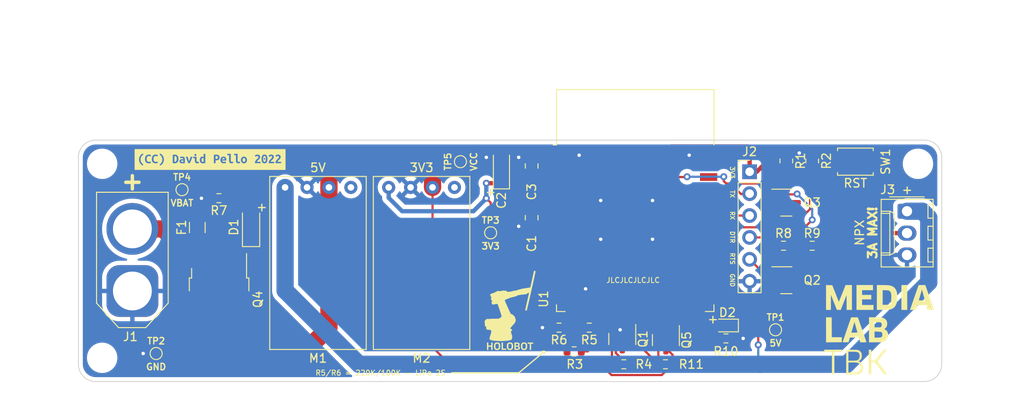
<source format=kicad_pcb>
(kicad_pcb (version 20211014) (generator pcbnew)
  (layers (0 "F.Cu" signal) (31 "B.Cu" signal) (34 "B.Paste" user) (35 "F.Paste" user) (36 "B.SilkS" user "B.Silkscreen") (37 "F.SilkS" user "F.Silkscreen") (38 "B.Mask" user) (39 "F.Mask" user) (44 "Edge.Cuts" user))
  (net 0 "")
  (net 1 "/EN")
  (net 2 "GND")
  (net 3 "+3V3")
  (net 4 "VCC")
  (net 5 "Net-(D1-Pad2)")
  (net 6 "+BATT")
  (net 7 "Net-(F1-Pad2)")
  (net 8 "/TX")
  (net 9 "/RX")
  (net 10 "/DTR")
  (net 11 "/RTS")
  (net 12 "+5V")
  (net 13 "/NEOPIXELS")
  (net 16 "Net-(R3-Pad2)")
  (net 17 "Net-(Q1-Pad3)")
  (net 18 "Net-(Q2-Pad1)")
  (net 19 "Net-(Q3-Pad1)")
  (net 20 "/IO0")
  (net 21 "Net-(R2-Pad2)")
  (net 22 "/BATT_EN")
  (net 23 "/BATT_V")
  (net 39 "Net-(D2-Pad1)")
  (net 41 "/LED")
  (net 52 "Net-(R5-Pad1)")
  (footprint "Package_TO_SOT_SMD:TO-252-2" (layer "F.Cu") (at 100.295 81.962 -90)
    (fp_text reference "Q4" (at 0 -4.5 90) (layer "F.SilkS"))
    (fp_text value "SUD09P10-195")
    (pad "1" smd rect (at -4.2 -2.28 270) (size 2.2 1.2) (layers "F.Cu" "F.Paste" "F.Mask") (net 5 "Net-(D1-Pad2)"))
    (pad "2" smd rect (at 2.1 0 270) (size 6.4 5.8) (layers "F.Cu" "F.Mask") (net 7 "Net-(F1-Pad2)"))
    (pad "3" smd rect (at -4.2 2.28 270) (size 2.2 1.2) (layers "F.Cu" "F.Paste" "F.Mask") (net 4 "VCC"))
  )
  (footprint "Resistor_SMD:R_0603_1608Metric" (layer "F.Cu") (at 141.425 88)
    (fp_text reference "R3" (at 0.075 1.5) (layer "F.SilkS"))
    (fp_text value "100")
    (pad "1" smd roundrect (at -0.825 0) (size 0.8 0.95) (layers "F.Cu" "F.Paste" "F.Mask") (net 22 "/BATT_EN"))
    (pad "2" smd roundrect (at 0.825 0) (size 0.8 0.95) (layers "F.Cu" "F.Paste" "F.Mask") (net 16 "Net-(R3-Pad2)"))
  )
  (footprint "LadecadenceNew:MiniStepDown" (layer "F.Cu") (at 111.75 76.607)
    (fp_text reference "M1" (at 0 12.192) (layer "F.SilkS"))
    (fp_text value "5V" (at 0 -9.906) (layer "F.SilkS"))
    (pad "1" thru_hole circle locked (at -3.81 -7.62) (size 1.524 1.524) (drill 0.762) (layers *.Cu *.Mask) (net 12 "+5V"))
    (pad "2" thru_hole circle locked (at -1.27 -7.62) (size 1.524 1.524) (drill 0.762) (layers *.Cu *.Mask) (net 2 "GND"))
    (pad "3" thru_hole circle locked (at 1.27 -7.62) (size 1.524 1.524) (drill 0.762) (layers *.Cu *.Mask) (net 4 "VCC"))
    (pad "4" thru_hole circle locked (at 3.81 -7.62) (size 1.524 1.524) (drill 0.762) (layers *.Cu *.Mask))
  )
  (footprint "Resistor_SMD:R_0603_1608Metric" (layer "F.Cu") (at 165.675 75.75)
    (fp_text reference "R8" (at 0 -1.43) (layer "F.SilkS"))
    (fp_text value "12K")
    (pad "1" smd roundrect (at -0.825 0) (size 0.8 0.95) (layers "F.Cu" "F.Paste" "F.Mask") (net 18 "Net-(Q2-Pad1)"))
    (pad "2" smd roundrect (at 0.825 0) (size 0.8 0.95) (layers "F.Cu" "F.Paste" "F.Mask") (net 10 "/DTR"))
  )
  (footprint "Fuse:Fuse_1206_3216Metric" (layer "F.Cu") (at 97.77 73.637 90)
    (fp_text reference "F1" (at 0 -1.82 90) (layer "F.SilkS"))
    (fp_text value "5A")
    (pad "1" smd roundrect (at -1.4 0 90) (size 1.25 1.75) (layers "F.Cu" "F.Paste" "F.Mask") (roundrect_rratio 0.2) (net 6 "+BATT"))
    (pad "2" smd roundrect (at 1.4 0 90) (size 1.25 1.75) (layers "F.Cu" "F.Paste" "F.Mask") (roundrect_rratio 0.2) (net 7 "Net-(F1-Pad2)"))
  )
  (footprint "Package_TO_SOT_SMD:SOT-23" (layer "F.Cu") (at 152.05 86.6875 -90)
    (fp_text reference "Q5" (at 0 -2.4 90) (layer "F.SilkS"))
    (fp_text value "BSS84")
    (pad "1" smd roundrect (at -0.9375 -0.95 270) (size 1.475 0.6) (layers "F.Cu" "F.Paste" "F.Mask") (net 17 "Net-(Q1-Pad3)"))
    (pad "2" smd roundrect (at -0.9375 0.95 270) (size 1.475 0.6) (layers "F.Cu" "F.Paste" "F.Mask") (net 52 "Net-(R5-Pad1)"))
    (pad "3" smd roundrect (at 0.9375 0 270) (size 1.475 0.6) (layers "F.Cu" "F.Paste" "F.Mask") (net 4 "VCC"))
  )
  (footprint "Connector_PinHeader_2.54mm:PinHeader_1x06_P2.54mm_Vertical" (layer "F.Cu") (at 161.75 67.17)
    (fp_text reference "J2" (at 0 -2.33) (layer "F.SilkS"))
    (fp_text value "PROG")
    (pad "1" thru_hole rect (at 0 0) (size 1.7 1.7) (drill 1) (layers *.Cu *.Mask) (net 3 "+3V3"))
    (pad "2" thru_hole oval (at 0 2.54) (size 1.7 1.7) (drill 1) (layers *.Cu *.Mask) (net 8 "/TX"))
    (pad "3" thru_hole oval (at 0 5.08) (size 1.7 1.7) (drill 1) (layers *.Cu *.Mask) (net 9 "/RX"))
    (pad "4" thru_hole oval (at 0 7.62) (size 1.7 1.7) (drill 1) (layers *.Cu *.Mask) (net 10 "/DTR"))
    (pad "5" thru_hole oval (at 0 10.16) (size 1.7 1.7) (drill 1) (layers *.Cu *.Mask) (net 11 "/RTS"))
    (pad "6" thru_hole oval (at 0 12.7) (size 1.7 1.7) (drill 1) (layers *.Cu *.Mask) (net 2 "GND"))
  )
  (footprint "TestPoint:TestPoint_Pad_D1.0mm" (layer "F.Cu") (at 96 69.25)
    (fp_text reference "TP4" (at 0 -1.448) (layer "F.SilkS") (effects (font (size 0.75 0.75))))
    (fp_text value "VBAT" (at 0 1.55) (layer "F.SilkS") (effects (font (size 0.75 0.75))))
    (pad "1" smd circle (at 0 0) (size 1 1) (layers "F.Cu" "F.Mask") (net 6 "+BATT"))
  )
  (footprint "Resistor_SMD:R_0603_1608Metric" (layer "F.Cu") (at 143.175 85.25 180)
    (fp_text reference "R5" (at 0 -1.43) (layer "F.SilkS"))
    (fp_text value "220K")
    (pad "1" smd roundrect (at -0.825 0 180) (size 0.8 0.95) (layers "F.Cu" "F.Paste" "F.Mask") (net 52 "Net-(R5-Pad1)"))
    (pad "2" smd roundrect (at 0.825 0 180) (size 0.8 0.95) (layers "F.Cu" "F.Paste" "F.Mask") (net 23 "/BATT_V"))
  )
  (footprint "MountingHole:MountingHole_2.5mm" (layer "F.Cu") (at 181.25 88.75)
    (fp_text reference "REF**" hide)
    (fp_text value "MountingHole_2.5mm" hide)
    (pad "" np_thru_hole circle (at 0 0) (size 2.5 2.5) (drill 2.5) (layers *.Cu *.Mask))
  )
  (footprint "Medialab:holobot-leds" (layer "F.Cu") (at 134.262363 85.717387)
    (fp_text reference "G***" hide)
    (fp_text value "LOGO" hide)
  )
  (footprint "TestPoint:TestPoint_Pad_D1.0mm" (layer "F.Cu") (at 128.25 66 90)
    (fp_text reference "TP5" (at 0 -1.448 90) (layer "F.SilkS") (effects (font (size 0.75 0.75))))
    (fp_text value "VCC" (at 0 1.55 90) (layer "F.SilkS") (effects (font (size 0.75 0.75))))
    (pad "1" smd circle (at 0 0 90) (size 1 1) (layers "F.Cu" "F.Mask") (net 4 "VCC"))
  )
  (footprint "Button_Switch_SMD:SW_Push_SPST_NO_Alps_SKRK" (layer "F.Cu") (at 174 66)
    (fp_text reference "SW1" (at 3.5 0 90) (layer "F.SilkS"))
    (fp_text value "RST" (at 0 2.5) (layer "F.SilkS"))
    (pad "1" smd roundrect (at -2.1 0) (size 0.8 2) (layers "F.Cu" "F.Paste" "F.Mask") (net 1 "/EN"))
    (pad "2" smd roundrect (at 2.1 0) (size 0.8 2) (layers "F.Cu" "F.Paste" "F.Mask") (net 21 "Net-(R2-Pad2)"))
  )
  (footprint "LED_SMD:LED_0603_1608Metric" (layer "F.Cu") (at 158.9625 85 180)
    (fp_text reference "D2" (at -0.2125 1.5) (layer "F.SilkS"))
    (fp_text value "LED")
    (pad "1" smd roundrect (at -0.7875 0 180) (size 0.875 0.95) (layers "F.Cu" "F.Paste" "F.Mask") (net 39 "Net-(D2-Pad1)"))
    (pad "2" smd roundrect (at 0.7875 0 180) (size 0.875 0.95) (layers "F.Cu" "F.Paste" "F.Mask") (net 41 "/LED"))
  )
  (footprint "Package_TO_SOT_SMD:SOT-23" (layer "F.Cu") (at 147 86.5625 -90)
    (fp_text reference "Q1" (at 0 -2.4 90) (layer "F.SilkS"))
    (fp_text value "2N7002")
    (pad "1" smd roundrect (at -0.9375 -0.95 270) (size 1.475 0.6) (layers "F.Cu" "F.Paste" "F.Mask") (net 16 "Net-(R3-Pad2)"))
    (pad "2" smd roundrect (at -0.9375 0.95 270) (size 1.475 0.6) (layers "F.Cu" "F.Paste" "F.Mask") (net 2 "GND"))
    (pad "3" smd roundrect (at 0.9375 0 270) (size 1.475 0.6) (layers "F.Cu" "F.Paste" "F.Mask") (net 17 "Net-(Q1-Pad3)"))
  )
  (footprint "TestPoint:TestPoint_Pad_D1.0mm" (layer "F.Cu") (at 93 88.25)
    (fp_text reference "TP2" (at 0 -1.448) (layer "F.SilkS") (effects (font (size 0.75 0.75))))
    (fp_text value "GND" (at 0 1.55) (layer "F.SilkS") (effects (font (size 0.75 0.75))))
    (pad "1" smd circle (at 0 0) (size 1 1) (layers "F.Cu" "F.Mask") (net 2 "GND"))
  )
  (footprint "Resistor_SMD:R_0603_1608Metric" (layer "F.Cu") (at 139.675 85.25 180)
    (fp_text reference "R6" (at 0 -1.43) (layer "F.SilkS"))
    (fp_text value "100K")
    (pad "1" smd roundrect (at -0.825 0 180) (size 0.8 0.95) (layers "F.Cu" "F.Paste" "F.Mask") (net 23 "/BATT_V"))
    (pad "2" smd roundrect (at 0.825 0 180) (size 0.8 0.95) (layers "F.Cu" "F.Paste" "F.Mask") (net 2 "GND"))
  )
  (footprint "MountingHole:MountingHole_2.5mm" (layer "F.Cu") (at 86.75 66.25)
    (fp_text reference "REF**" hide)
    (fp_text value "MountingHole_2.5mm" hide)
    (pad "" np_thru_hole circle (at 0 0) (size 2.5 2.5) (drill 2.5) (layers *.Cu *.Mask))
  )
  (footprint "Diode_SMD:D_SOD-123" (layer "F.Cu") (at 104 73.6 90)
    (fp_text reference "D1" (at 0 -2 90) (layer "F.SilkS"))
    (fp_text value "12V")
    (pad "1" smd rect (at -1.65 0 90) (size 0.9 1.2) (layers "F.Cu" "F.Paste" "F.Mask") (net 4 "VCC"))
    (pad "2" smd rect (at 1.65 0 90) (size 0.9 1.2) (layers "F.Cu" "F.Paste" "F.Mask") (net 5 "Net-(D1-Pad2)"))
  )
  (footprint "TestPoint:TestPoint_Pad_D1.0mm" (layer "F.Cu") (at 131.75 74.25)
    (fp_text reference "TP3" (at 0 -1.448) (layer "F.SilkS") (effects (font (size 0.75 0.75))))
    (fp_text value "3V3" (at 0 1.55) (layer "F.SilkS") (effects (font (size 0.75 0.75))))
    (pad "1" smd circle (at 0 0) (size 1 1) (layers "F.Cu" "F.Mask") (net 3 "+3V3"))
  )
  (footprint "LadecadenceNew:MiniStepDown" (layer "F.Cu") (at 123.75 76.607)
    (fp_text reference "M2" (at 0 12.192) (layer "F.SilkS"))
    (fp_text value "3V3" (at 0 -9.906) (layer "F.SilkS"))
    (pad "1" thru_hole circle locked (at -3.81 -7.62) (size 1.524 1.524) (drill 0.762) (layers *.Cu *.Mask) (net 3 "+3V3"))
    (pad "2" thru_hole circle locked (at -1.27 -7.62) (size 1.524 1.524) (drill 0.762) (layers *.Cu *.Mask) (net 2 "GND"))
    (pad "3" thru_hole circle locked (at 1.27 -7.62) (size 1.524 1.524) (drill 0.762) (layers *.Cu *.Mask) (net 4 "VCC"))
    (pad "4" thru_hole circle locked (at 3.81 -7.62) (size 1.524 1.524) (drill 0.762) (layers *.Cu *.Mask))
  )
  (footprint "Capacitor_Tantalum_SMD:CP_EIA-3216-18_Kemet-A" (layer "F.Cu") (at 133 66.85 90)
    (fp_text reference "C2" (at -3.65 0 90) (layer "F.SilkS"))
    (fp_text value "10uF")
    (pad "1" smd roundrect (at -1.35 0 90) (size 1.4 1.35) (layers "F.Cu" "F.Paste" "F.Mask") (roundrect_rratio 0.1851851852) (net 3 "+3V3"))
    (pad "2" smd roundrect (at 1.35 0 90) (size 1.4 1.35) (layers "F.Cu" "F.Paste" "F.Mask") (roundrect_rratio 0.1851851852) (net 2 "GND"))
  )
  (footprint "Resistor_SMD:R_0603_1608Metric" (layer "F.Cu") (at 169 75.75)
    (fp_text reference "R9" (at 0 -1.43) (layer "F.SilkS"))
    (fp_text value "12K")
    (pad "1" smd roundrect (at -0.825 0) (size 0.8 0.95) (layers "F.Cu" "F.Paste" "F.Mask") (net 19 "Net-(Q3-Pad1)"))
    (pad "2" smd roundrect (at 0.825 0) (size 0.8 0.95) (layers "F.Cu" "F.Paste" "F.Mask") (net 11 "/RTS"))
  )
  (footprint "Package_TO_SOT_SMD:SOT-23" (layer "F.Cu") (at 166 70.75)
    (fp_text reference "Q3" (at 3 0) (layer "F.SilkS"))
    (fp_text value "S8050")
    (pad "1" smd roundrect (at -0.9375 -0.95) (size 1.475 0.6) (layers "F.Cu" "F.Paste" "F.Mask") (net 19 "Net-(Q3-Pad1)"))
    (pad "2" smd roundrect (at -0.9375 0.95) (size 1.475 0.6) (layers "F.Cu" "F.Paste" "F.Mask") (net 10 "/DTR"))
    (pad "3" smd roundrect (at 0.9375 0) (size 1.475 0.6) (layers "F.Cu" "F.Paste" "F.Mask") (net 20 "/IO0"))
  )
  (footprint "Connector_Molex:Molex_KK-254_AE-6410-03A_1x03_P2.54mm_Vertical" (layer "F.Cu") (at 179.98 71.75 -90)
    (fp_text reference "J3" (at -2.5 2.23 180) (layer "F.SilkS"))
    (fp_text value "NPX" (at 2.5 5.48 90) (layer "F.SilkS"))
    (pad "1" thru_hole roundrect (at 0 0 270) (size 1.74 2.19) (drill 1.19) (layers *.Cu *.Mask) (roundrect_rratio 0.1436781609) (net 12 "+5V"))
    (pad "2" thru_hole oval (at 2.54 0 270) (size 1.74 2.19) (drill 1.19) (layers *.Cu *.Mask) (net 13 "/NEOPIXELS"))
    (pad "3" thru_hole oval (at 5.08 0 270) (size 1.74 2.19) (drill 1.19) (layers *.Cu *.Mask) (net 2 "GND"))
  )
  (footprint "kibuzzard-62309EA5" (layer "F.Cu") (at 99.25 65.75)
    (fp_text reference "kibuzzard-62309EA5" hide)
    (fp_text value "G***" hide)
  )
  (footprint "Medialab:medialab-12mm" (layer "F.Cu") (at 176.75 85.5)
    (fp_text reference "G***" hide)
    (fp_text value "LOGO" hide)
  )
  (footprint "Resistor_SMD:R_0603_1608Metric" (layer "F.Cu") (at 147.175 89.5 180)
    (fp_text reference "R4" (at -2.325 0) (layer "F.SilkS"))
    (fp_text value "10K")
    (pad "1" smd roundrect (at -0.825 0 180) (size 0.8 0.95) (layers "F.Cu" "F.Paste" "F.Mask") (net 16 "Net-(R3-Pad2)"))
    (pad "2" smd roundrect (at 0.825 0 180) (size 0.8 0.95) (layers "F.Cu" "F.Paste" "F.Mask") (net 2 "GND"))
  )
  (footprint "Resistor_SMD:R_0603_1608Metric" (layer "F.Cu") (at 152 89.5 180)
    (fp_text reference "R11" (at -3 0) (layer "F.SilkS"))
    (fp_text value "100K")
    (pad "1" smd roundrect (at -0.825 0 180) (size 0.8 0.95) (layers "F.Cu" "F.Paste" "F.Mask") (net 4 "VCC"))
    (pad "2" smd roundrect (at 0.825 0 180) (size 0.8 0.95) (layers "F.Cu" "F.Paste" "F.Mask") (net 17 "Net-(Q1-Pad3)"))
  )
  (footprint "Package_TO_SOT_SMD:SOT-23" (layer "F.Cu") (at 166 79.75)
    (fp_text reference "Q2" (at 3 0) (layer "F.SilkS"))
    (fp_text value "S8050")
    (pad "1" smd roundrect (at -0.9375 -0.95) (size 1.475 0.6) (layers "F.Cu" "F.Paste" "F.Mask") (net 18 "Net-(Q2-Pad1)"))
    (pad "2" smd roundrect (at -0.9375 0.95) (size 1.475 0.6) (layers "F.Cu" "F.Paste" "F.Mask") (net 11 "/RTS"))
    (pad "3" smd roundrect (at 0.9375 0) (size 1.475 0.6) (layers "F.Cu" "F.Paste" "F.Mask") (net 1 "/EN"))
  )
  (footprint "Capacitor_SMD:C_0805_2012Metric" (layer "F.Cu") (at 136.5 72.5 -90)
    (fp_text reference "C1" (at 3 0 90) (layer "F.SilkS"))
    (fp_text value "2.2uF")
    (pad "1" smd roundrect (at -0.95 0 270) (size 1 1.45) (layers "F.Cu" "F.Paste" "F.Mask") (net 1 "/EN"))
    (pad "2" smd roundrect (at 0.95 0 270) (size 1 1.45) (layers "F.Cu" "F.Paste" "F.Mask") (net 2 "GND"))
  )
  (footprint "Resistor_SMD:R_0603_1608Metric" (layer "F.Cu") (at 100.27 70.237 180)
    (fp_text reference "R7" (at 0 -1.43) (layer "F.SilkS"))
    (fp_text value "1K")
    (pad "1" smd roundrect (at -0.825 0 180) (size 0.8 0.95) (layers "F.Cu" "F.Paste" "F.Mask") (net 5 "Net-(D1-Pad2)"))
    (pad "2" smd roundrect (at 0.825 0 180) (size 0.8 0.95) (layers "F.Cu" "F.Paste" "F.Mask") (net 2 "GND"))
  )
  (footprint "Resistor_SMD:R_0805_2012Metric" (layer "F.Cu") (at 166 65.9125 -90)
    (fp_text reference "R1" (at 0 -1.65 90) (layer "F.SilkS"))
    (fp_text value "10K")
    (pad "1" smd roundrect (at -0.9125 0 270) (size 1.025 1.4) (layers "F.Cu" "F.Paste" "F.Mask") (roundrect_rratio 0.243902439) (net 3 "+3V3"))
    (pad "2" smd roundrect (at 0.9125 0 270) (size 1.025 1.4) (layers "F.Cu" "F.Paste" "F.Mask") (roundrect_rratio 0.243902439) (net 1 "/EN"))
  )
  (footprint "TestPoint:TestPoint_Pad_D1.0mm" (layer "F.Cu") (at 164.75 85.5)
    (fp_text reference "TP1" (at 0 -1.448) (layer "F.SilkS") (effects (font (size 0.75 0.75))))
    (fp_text value "5V" (at 0 1.55) (layer "F.SilkS") (effects (font (size 0.75 0.75))))
    (pad "1" smd circle (at 0 0) (size 1 1) (layers "F.Cu" "F.Mask") (net 12 "+5V"))
  )
  (footprint "Resistor_SMD:R_0603_1608Metric" (layer "F.Cu") (at 159.01 86.5)
    (fp_text reference "R10" (at 0 1.5) (layer "F.SilkS"))
    (fp_text value "330")
    (pad "1" smd roundrect (at -0.825 0) (size 0.8 0.95) (layers "F.Cu" "F.Paste" "F.Mask") (net 39 "Net-(D2-Pad1)"))
    (pad "2" smd roundrect (at 0.825 0) (size 0.8 0.95) (layers "F.Cu" "F.Paste" "F.Mask") (net 2 "GND"))
  )
  (footprint "RF_Module:ESP32-WROOM-32" (layer "F.Cu") (at 148.5 73.5)
    (fp_text reference "U1" (at -10.61 8.43 90) (layer "F.SilkS"))
    (fp_text value "ESP32-WROOM-32")
    (pad "1" smd rect (at -8.5 -8.255) (size 2 0.9) (layers "F.Cu" "F.Paste" "F.Mask") (net 2 "GND"))
    (pad "2" smd rect (at -8.5 -6.985) (size 2 0.9) (layers "F.Cu" "F.Paste" "F.Mask") (net 3 "+3V3"))
    (pad "3" smd rect (at -8.5 -5.715) (size 2 0.9) (layers "F.Cu" "F.Paste" "F.Mask") (net 1 "/EN"))
    (pad "4" smd rect (at -8.5 -4.445) (size 2 0.9) (layers "F.Cu" "F.Paste" "F.Mask"))
    (pad "5" smd rect (at -8.5 -3.175) (size 2 0.9) (layers "F.Cu" "F.Paste" "F.Mask"))
    (pad "6" smd rect (at -8.5 -1.905) (size 2 0.9) (layers "F.Cu" "F.Paste" "F.Mask"))
    (pad "7" smd rect (at -8.5 -0.635) (size 2 0.9) (layers "F.Cu" "F.Paste" "F.Mask") (net 23 "/BATT_V"))
    (pad "8" smd rect (at -8.5 0.635) (size 2 0.9) (layers "F.Cu" "F.Paste" "F.Mask"))
    (pad "9" smd rect (at -8.5 1.905) (size 2 0.9) (layers "F.Cu" "F.Paste" "F.Mask"))
    (pad "10" smd rect (at -8.5 3.175) (size 2 0.9) (layers "F.Cu" "F.Paste" "F.Mask"))
    (pad "11" smd rect (at -8.5 4.445) (size 2 0.9) (layers "F.Cu" "F.Paste" "F.Mask"))
    (pad "12" smd rect (at -8.5 5.715) (size 2 0.9) (layers "F.Cu" "F.Paste" "F.Mask"))
    (pad "13" smd rect (at -8.5 6.985) (size 2 0.9) (layers "F.Cu" "F.Paste" "F.Mask"))
    (pad "14" smd rect (at -8.5 8.255) (size 2 0.9) (layers "F.Cu" "F.Paste" "F.Mask") (net 22 "/BATT_EN"))
    (pad "15" smd rect (at -5.715 9.255 90) (size 2 0.9) (layers "F.Cu" "F.Paste" "F.Mask") (net 2 "GND"))
    (pad "16" smd rect (at -4.445 9.255 90) (size 2 0.9) (layers "F.Cu" "F.Paste" "F.Mask"))
    (pad "17" smd rect (at -3.175 9.255 90) (size 2 0.9) (layers "F.Cu" "F.Paste" "F.Mask"))
    (pad "18" smd rect (at -1.905 9.255 90) (size 2 0.9) (layers "F.Cu" "F.Paste" "F.Mask"))
    (pad "19" smd rect (at -0.635 9.255 90) (size 2 0.9) (layers "F.Cu" "F.Paste" "F.Mask"))
    (pad "20" smd rect (at 0.635 9.255 90) (size 2 0.9) (layers "F.Cu" "F.Paste" "F.Mask"))
    (pad "21" smd rect (at 1.905 9.255 90) (size 2 0.9) (layers "F.Cu" "F.Paste" "F.Mask"))
    (pad "22" smd rect (at 3.175 9.255 90) (size 2 0.9) (layers "F.Cu" "F.Paste" "F.Mask"))
    (pad "23" smd rect (at 4.445 9.255 90) (size 2 0.9) (layers "F.Cu" "F.Paste" "F.Mask") (net 41 "/LED"))
    (pad "24" smd rect (at 5.715 9.255 90) (size 2 0.9) (layers "F.Cu" "F.Paste" "F.Mask"))
    (pad "25" smd rect (at 8.5 8.255) (size 2 0.9) (layers "F.Cu" "F.Paste" "F.Mask") (net 20 "/IO0"))
    (pad "26" smd rect (at 8.5 6.985) (size 2 0.9) (layers "F.Cu" "F.Paste" "F.Mask") (net 13 "/NEOPIXELS"))
    (pad "27" smd rect (at 8.5 5.715) (size 2 0.9) (layers "F.Cu" "F.Paste" "F.Mask"))
    (pad "28" smd rect (at 8.5 4.445) (size 2 0.9) (layers "F.Cu" "F.Paste" "F.Mask"))
    (pad "29" smd rect (at 8.5 3.175) (size 2 0.9) (layers "F.Cu" "F.Paste" "F.Mask"))
    (pad "30" smd rect (at 8.5 1.905) (size 2 0.9) (layers "F.Cu" "F.Paste" "F.Mask"))
    (pad "31" smd rect (at 8.5 0.635) (size 2 0.9) (layers "F.Cu" "F.Paste" "F.Mask"))
    (pad "32" smd rect (at 8.5 -0.635) (size 2 0.9) (layers "F.Cu" "F.Paste" "F.Mask"))
    (pad "33" smd rect (at 8.5 -1.905) (size 2 0.9) (layers "F.Cu" "F.Paste" "F.Mask"))
    (pad "34" smd rect (at 8.5 -3.175) (size 2 0.9) (layers "F.Cu" "F.Paste" "F.Mask") (net 9 "/RX"))
    (pad "35" smd rect (at 8.5 -4.445) (size 2 0.9) (layers "F.Cu" "F.Paste" "F.Mask") (net 8 "/TX"))
    (pad "36" smd rect (at 8.5 -5.715) (size 2 0.9) (layers "F.Cu" "F.Paste" "F.Mask"))
    (pad "37" smd rect (at 8.5 -6.985) (size 2 0.9) (layers "F.Cu" "F.Paste" "F.Mask"))
    (pad "38" smd rect (at 8.5 -8.255) (size 2 0.9) (layers "F.Cu" "F.Paste" "F.Mask") (net 2 "GND"))
    (pad "39" smd rect (at -1 -0.755) (size 5 5) (layers "F.Cu" "F.Paste" "F.Mask") (net 2 "GND"))
    (zone (net 0) (net_name "") (layers *.Cu) (connect_pads (clearance 0)) (min_thickness 0.254)
      (keepout (tracks not_allowed) (vias not_allowed) (pads not_allowed) (copperpour not_allowed) (footprints not_allowed))
      (fill (thermal_gap 0.508) (thermal_bridge_width 0.508))
      (polygon (pts (xy 134.5 63.53) (xy 162.5 63.53) (xy 162.5 52.75) (xy 134.5 52.75)))
    )
  )
  (footprint "MountingHole:MountingHole_2.5mm" (layer "F.Cu") (at 86.75 88.75)
    (fp_text reference "REF**" hide)
    (fp_text value "MountingHole_2.5mm" hide)
    (pad "" np_thru_hole circle (at 0 0) (size 2.5 2.5) (drill 2.5) (layers *.Cu *.Mask))
  )
  (footprint "Connector_AMASS:AMASS_XT60-M_1x02_P7.20mm_Vertical" (layer "F.Cu") (at 90.25 81 90)
    (fp_text reference "J1" (at -5.3 -0.23) (layer "F.SilkS"))
    (fp_text value "XT60")
    (pad "1" thru_hole roundrect (at 0 0 90) (size 6 6) (drill 4.5) (layers *.Cu *.Mask) (net 2 "GND"))
    (pad "2" thru_hole circle (at 7.2 0 90) (size 6 6) (drill 4.5) (layers *.Cu *.Mask) (net 6 "+BATT"))
  )
  (footprint "Resistor_SMD:R_0805_2012Metric" (layer "F.Cu") (at 169 65.9125 -90)
    (fp_text reference "R2" (at 0 -1.65 90) (layer "F.SilkS"))
    (fp_text value "470")
    (pad "1" smd roundrect (at -0.9125 0 270) (size 1.025 1.4) (layers "F.Cu" "F.Paste" "F.Mask") (roundrect_rratio 0.243902439) (net 2 "GND"))
    (pad "2" smd roundrect (at 0.9125 0 270) (size 1.025 1.4) (layers "F.Cu" "F.Paste" "F.Mask") (roundrect_rratio 0.243902439) (net 21 "Net-(R2-Pad2)"))
  )
  (footprint "MountingHole:MountingHole_2.5mm" (layer "F.Cu") (at 181.25 66.25)
    (fp_text reference "REF**" hide)
    (fp_text value "MountingHole_2.5mm" hide)
    (pad "" np_thru_hole circle (at 0 0) (size 2.5 2.5) (drill 2.5) (layers *.Cu *.Mask))
  )
  (footprint "Capacitor_SMD:C_0805_2012Metric" (layer "F.Cu") (at 136.5 66.5 90)
    (fp_text reference "C3" (at -3 0 90) (layer "F.SilkS"))
    (fp_text value "100n")
    (pad "1" smd roundrect (at -0.95 0 90) (size 1 1.45) (layers "F.Cu" "F.Paste" "F.Mask") (net 3 "+3V3"))
    (pad "2" smd roundrect (at 0.95 0 90) (size 1 1.45) (layers "F.Cu" "F.Paste" "F.Mask") (net 2 "GND"))
  )
  (gr_line (start 137.75 88) (end 138 88) (layer "F.SilkS") (width 0.15))
  (gr_line (start 135 90.5) (end 138 88) (layer "F.SilkS") (width 0.15))
  (gr_line (start 138 88) (end 138 88.25) (layer "F.SilkS") (width 0.15))
  (gr_line (start 127.25 90.5) (end 134 90.5) (layer "F.SilkS") (width 0.15))
  (gr_line (start 137.75 88) (end 138 88.25) (layer "F.SilkS") (width 0.15))
  (gr_line (start 134 90.5) (end 135 90.5) (layer "F.SilkS") (width 0.15))
  (gr_line (start 138 88) (end 137.75 88) (layer "F.SilkS") (width 0.15))
  (gr_arc (start 86 91.5) (mid 84.585786 90.914214) (end 84 89.5) (layer "Edge.Cuts") (width 0.1))
  (gr_line (start 84 65.5) (end 84 89.5) (layer "Edge.Cuts") (width 0.1))
  (gr_line (start 86 91.5) (end 182 91.5) (layer "Edge.Cuts") (width 0.1))
  (gr_line (start 182 63.5) (end 86 63.5) (layer "Edge.Cuts") (width 0.1))
  (gr_arc (start 84 65.5) (mid 84.585786 64.085786) (end 86 63.5) (layer "Edge.Cuts") (width 0.1))
  (gr_line (start 184 89.5) (end 184 65.5) (layer "Edge.Cuts") (width 0.1))
  (gr_arc (start 182 63.5) (mid 183.414214 64.085786) (end 184 65.5) (layer "Edge.Cuts") (width 0.1))
  (gr_arc (start 184 89.5) (mid 183.414214 90.914214) (end 182 91.5) (layer "Edge.Cuts") (width 0.1))
  (gr_text "+" (at 157.5 84.25) (layer "F.SilkS") (effects (font (size 1 1))))
  (gr_text "DTR" (at 159.75 74.75 270) (layer "F.SilkS") (effects (font (size 0.5 0.5) (thickness 0.1))))
  (gr_text "3A MAX!" (at 176 74.25 90) (layer "F.SilkS") (effects (font (size 1 1) (thickness 0.25))))
  (gr_text "R5/R6 = 220K/100K - LiPo 2S" (at 119 90.5) (layer "F.SilkS") (effects (font (size 0.6 0.6) (thickness 0.1))))
  (gr_text "GND" (at 159.75 79.75 270) (layer "F.SilkS") (effects (font (size 0.5 0.5) (thickness 0.1))))
  (gr_text "+" (at 90.25 68.25) (layer "F.SilkS") (effects (font (size 2 2) (thickness 0.4))))
  (gr_text "RTS" (at 159.75 77.25 270) (layer "F.SilkS") (effects (font (size 0.5 0.5) (thickness 0.1))))
  (gr_text "RX" (at 159.75 72.25 270) (layer "F.SilkS") (effects (font (size 0.5 0.5) (thickness 0.1))))
  (gr_text "+" (at 131.75 69.5) (layer "F.SilkS") (effects (font (size 1 1))))
  (gr_text "+" (at 105.25 71.25) (layer "F.SilkS") (effects (font (size 1 1))))
  (gr_text "+" (at 180 69.25) (layer "F.SilkS") (effects (font (size 1 1))))
  (gr_text "TX" (at 159.75 69.75 270) (layer "F.SilkS") (effects (font (size 0.5 0.5) (thickness 0.1))))
  (gr_text "3V3" (at 159.75 67.25 270) (layer "F.SilkS") (effects (font (size 0.5 0.5) (thickness 0.1))))
  (gr_text "JLCJLCJLCJLC" (at 148.25 79.75) (layer "F.SilkS") (effects (font (size 0.6 0.6) (thickness 0.1))))
  (segment (start 167.175 66.825) (end 166 66.825) (width 0.25) (layer "F.Cu") (net 1))
  (segment (start 168.01202 65.98798) (end 167.175 66.825) (width 0.25) (layer "F.Cu") (net 1))
  (segment (start 166.9375 79.75) (end 167.45048 79.23702) (width 0.25) (layer "F.Cu") (net 1))
  (segment (start 136.5 71.55) (end 136.5 70) (width 0.25) (layer "F.Cu") (net 1))
  (segment (start 154.465 67.785) (end 154.5 67.75) (width 0.25) (layer "F.Cu") (net 1))
  (segment (start 168.75 71.5) (end 168.75 68.4) (width 0.25) (layer "F.Cu") (net 1))
  (segment (start 159.035489 68.535489) (end 158.75 68.25) (width 0.25) (layer "F.Cu") (net 1))
  (segment (start 168.75 68.4) (end 167.175 66.825) (width 0.25) (layer "F.Cu") (net 1))
  (segment (start 167.45048 72.79952) (end 168.75 71.5) (width 0.25) (layer "F.Cu") (net 1))
  (segment (start 158.75 68.25) (end 158.75 67.75) (width 0.25) (layer "F.Cu") (net 1))
  (segment (start 138.75 67.75) (end 139.965 67.75) (width 0.25) (layer "F.Cu") (net 1))
  (segment (start 164.289511 68.535489) (end 166 66.825) (width 0.25) (layer "F.Cu") (net 1))
  (segment (start 140 67.785) (end 154.465 67.785) (width 0.25) (layer "F.Cu") (net 1))
  (segment (start 171.9 66) (end 171.88798 65.98798) (width 0.25) (layer "F.Cu") (net 1))
  (segment (start 164.289511 68.535489) (end 159.035489 68.535489) (width 0.25) (layer "F.Cu") (net 1))
  (segment (start 139.965 67.75) (end 140 67.785) (width 0.25) (layer "F.Cu") (net 1))
  (segment (start 136.5 70) (end 138.75 67.75) (width 0.25) (layer "F.Cu") (net 1))
  (segment (start 171.88798 65.98798) (end 168.01202 65.98798) (width 0.25) (layer "F.Cu") (net 1))
  (segment (start 167.45048 79.23702) (end 167.45048 72.79952) (width 0.25) (layer "F.Cu") (net 1))
  (via (at 154.5 67.75) (size 0.8) (drill 0.4) (layers "F.Cu" "B.Cu") (net 1))
  (via (at 158.75 67.75) (size 0.8) (drill 0.4) (layers "F.Cu" "B.Cu") (net 1))
  (segment (start 158.75 67.75) (end 154.5 67.75) (width 0.25) (layer "B.Cu") (net 1))
  (segment (start 136.5 65.55) (end 135.05 65.55) (width 0.5) (layer "F.Cu") (net 2))
  (segment (start 144.5 75) (end 145.245 75) (width 0.5) (layer "F.Cu") (net 2))
  (segment (start 146.625 85.625) (end 146.75 85.5) (width 0.25) (layer "F.Cu") (net 2))
  (segment (start 169 65) (end 167.5 65) (width 0.5) (layer "F.Cu") (net 2))
  (segment (start 93 88.25) (end 91.5 88.25) (width 0.5) (layer "F.Cu") (net 2))
  (segment (start 141.995 65.245) (end 142 65.25) (width 0.5) (layer "F.Cu") (net 2))
  (segment (start 135.05 65.55) (end 135 65.5) (width 0.5) (layer "F.Cu") (net 2))
  (segment (start 150.5 70.5) (end 149.745 70.5) (width 0.5) (layer "F.Cu") (net 2))
  (segment (start 149.745 70.5) (end 147.5 72.745) (width 0.5) (layer "F.Cu") (net 2))
  (segment (start 136.5 73.45) (end 135.05 73.45) (width 0.5) (layer "F.Cu") (net 2))
  (segment (start 145.80048 88.95048) (end 145.80048 85.87452) (width 0.25) (layer "F.Cu") (net 2))
  (segment (start 145.255 70.5) (end 147.5 72.745) (width 0.5) (layer "F.Cu") (net 2))
  (segment (start 138.85 85.25) (end 137.75 85.25) (width 0.5) (layer "F.Cu") (net 2))
  (segment (start 149.755 75) (end 147.5 72.745) (width 0.5) (layer "F.Cu") (net 2))
  (segment (start 99.445 70.237) (end 98.263 70.237) (width 0.5) (layer "F.Cu") (net 2))
  (segment (start 140 65.245) (end 141.995 65.245) (width 0.5) (layer "F.Cu") (net 2))
  (segment (start 142.785 82.755) (end 142.785 80.785) (width 0.5) (layer "F.Cu") (net 2))
  (segment (start 154.755 65.245) (end 154.75 65.25) (width 0.5) (layer "F.Cu") (net 2))
  (segment (start 145.245 75) (end 147.5 72.745) (width 0.5) (layer "F.Cu") (net 2))
  (segment (start 146.05 85.625) (end 146.625 85.625) (width 0.25) (layer "F.Cu") (net 2))
  (segment (start 133 65.5) (end 131.25 65.5) (width 0.5) (layer "F.Cu") (net 2))
  (segment (start 146.35 89.5) (end 145.80048 88.95048) (width 0.25) (layer "F.Cu") (net 2))
  (segment (start 159.835 86.5) (end 161 86.5) (width 0.25) (layer "F.Cu") (net 2))
  (segment (start 157 65.245) (end 154.755 65.245) (width 0.5) (layer "F.Cu") (net 2))
  (segment (start 142.785 80.785) (end 142.75 80.75) (width 0.5) (layer "F.Cu") (net 2))
  (segment (start 150.5 75) (end 149.755 75) (width 0.5) (layer "F.Cu") (net 2))
  (segment (start 135.05 73.45) (end 135 73.5) (width 0.5) (layer "F.Cu") (net 2))
  (segment (start 144.5 70.5) (end 145.255 70.5) (width 0.5) (layer "F.Cu") (net 2))
  (segment (start 98.263 70.237) (end 98.25 70.25) (width 0.5) (layer "F.Cu") (net 2))
  (segment (start 145.80048 85.87452) (end 146.05 85.625) (width 0.25) (layer "F.Cu") (net 2))
  (via (at 135 73.5) (size 0.8) (drill 0.4) (layers "F.Cu" "B.Cu") (net 2))
  (via (at 131.25 65.5) (size 0.8) (drill 0.4) (layers "F.Cu" "B.Cu") (net 2))
  (via (at 142 65.25) (size 0.8) (drill 0.4) (layers "F.Cu" "B.Cu") (net 2))
  (via (at 137.75 85.25) (size 0.8) (drill 0.4) (layers "F.Cu" "B.Cu") (net 2))
  (via (at 91.5 88.25) (size 0.8) (drill 0.4) (layers "F.Cu" "B.Cu") (net 2))
  (via (at 150.5 75) (size 0.8) (drill 0.4) (layers "F.Cu" "B.Cu") (net 2))
  (via (at 150.5 70.5) (size 0.8) (drill 0.4) (layers "F.Cu" "B.Cu") (net 2))
  (via (at 144.5 70.5) (size 0.8) (drill 0.4) (layers "F.Cu" "B.Cu") (net 2))
  (via (at 98.25 70.25) (size 0.8) (drill 0.4) (layers "F.Cu" "B.Cu") (net 2))
  (via (at 135 65.5) (size 0.8) (drill 0.4) (layers "F.Cu" "B.Cu") (net 2))
  (via (at 161 86.5) (size 0.8) (drill 0.4) (layers "F.Cu" "B.Cu") (net 2))
  (via (at 167.5 65) (size 0.8) (drill 0.4) (layers "F.Cu" "B.Cu") (net 2))
  (via (at 144.5 75) (size 0.8) (drill 0.4) (layers "F.Cu" "B.Cu") (net 2))
  (via (at 154.75 65.25) (size 0.8) (drill 0.4) (layers "F.Cu" "B.Cu") (net 2))
  (via (at 142.75 80.75) (size 0.8) (drill 0.4) (layers "F.Cu" "B.Cu") (net 2))
  (via (at 146.75 85.5) (size 0.8) (drill 0.4) (layers "F.Cu" "B.Cu") (net 2))
  (segment (start 131.75 70.75) (end 131.25 70.25) (width 0.25) (layer "F.Cu") (net 3))
  (segment (start 134.75 68.25) (end 133.05 68.25) (width 0.5) (layer "F.Cu") (net 3))
  (segment (start 136.5 67.45) (end 135.55 67.45) (width 0.5) (layer "F.Cu") (net 3))
  (segment (start 166 65) (end 164.75 65) (width 0.5) (layer "F.Cu") (net 3))
  (segment (start 131.25 68.5) (end 132.7 68.5) (width 0.5) (layer "F.Cu") (net 3))
  (segment (start 131.75 74.25) (end 131.75 70.75) (width 0.25) (layer "F.Cu") (net 3))
  (segment (start 133.05 68.25) (end 133 68.2) (width 0.5) (layer "F.Cu") (net 3))
  (segment (start 161.5 64.25) (end 161.75 64.5) (width 0.5) (layer "F.Cu") (net 3))
  (segment (start 161.75 64.5) (end 161.75 67.17) (width 0.5) (layer "F.Cu") (net 3))
  (segment (start 138.485 66.515) (end 137.55 67.45) (width 0.5) (layer "F.Cu") (net 3))
  (segment (start 152.75 64.25) (end 161.5 64.25) (width 0.5) (layer "F.Cu") (net 3))
  (segment (start 140 66.515) (end 138.485 66.515) (width 0.5) (layer "F.Cu") (net 3))
  (segment (start 140 66.515) (end 150.485 66.515) (width 0.5) (layer "F.Cu") (net 3))
  (segment (start 137.55 67.45) (end 136.5 67.45) (width 0.5) (layer "F.Cu") (net 3))
  (segment (start 135.55 67.45) (end 134.75 68.25) (width 0.5) (layer "F.Cu") (net 3))
  (segment (start 164.75 65) (end 162.58 67.17) (width 0.5) (layer "F.Cu") (net 3))
  (segment (start 162.58 67.17) (end 161.75 67.17) (width 0.5) (layer "F.Cu") (net 3))
  (segment (start 150.485 66.515) (end 152.75 64.25) (width 0.5) (layer "F.Cu") (net 3))
  (segment (start 132.7 68.5) (end 133 68.2) (width 0.5) (layer "F.Cu") (net 3))
  (via (at 131.25 68.5) (size 0.8) (drill 0.4) (layers "F.Cu" "B.Cu") (net 3))
  (via (at 131.25 70.25) (size 0.8) (drill 0.4) (layers "F.Cu" "B.Cu") (net 3))
  (segment (start 119.94 68.987) (end 119.94 70.19) (width 0.5) (layer "B.Cu") (net 3))
  (segment (start 131.25 70.25) (end 131.25 68.5) (width 0.5) (layer "B.Cu") (net 3))
  (segment (start 119.94 70.19) (end 121.5 71.75) (width 0.5) (layer "B.Cu") (net 3))
  (segment (start 129.75 71.75) (end 131 70.5) (width 0.5) (layer "B.Cu") (net 3))
  (segment (start 121.5 71.75) (end 129.75 71.75) (width 0.5) (layer "B.Cu") (net 3))
  (segment (start 131 70.5) (end 131.25 70.25) (width 0.5) (layer "B.Cu") (net 3))
  (segment (start 125.02 67.52) (end 125.02 68.987) (width 2) (layer "F.Cu") (net 4))
  (segment (start 123.5 66) (end 125.02 67.52) (width 2) (layer "F.Cu") (net 4))
  (segment (start 125 87.5) (end 126.5 89) (width 0.25) (layer "F.Cu") (net 4))
  (segment (start 96.988 77.762) (end 95.75 79) (width 2) (layer "F.Cu") (net 4))
  (segment (start 104 75.25) (end 104 88.5) (width 0.5) (layer "F.Cu") (net 4))
  (segment (start 96.25 88.75) (end 104.25 88.75) (width 2) (layer "F.Cu") (net 4))
  (segment (start 104.25 88.75) (end 109.5 88.75) (width 2) (layer "F.Cu") (net 4))
  (segment (start 113.02 85.23) (end 109.5 88.75) (width 2) (layer "F.Cu") (net 4))
  (segment (start 98.015 77.762) (end 96.988 77.762) (width 2) (layer "F.Cu") (net 4))
  (segment (start 128.25 66) (end 126.54 66) (width 0.25) (layer "F.Cu") (net 4))
  (segment (start 113.02 68.987) (end 113.02 85.23) (width 2) (layer "F.Cu") (net 4))
  (segment (start 144 89) (end 145.75 90.75) (width 0.25) (layer "F.Cu") (net 4))
  (segment (start 95.75 88.25) (end 96.25 88.75) (width 2) (layer "F.Cu") (net 4))
  (segment (start 152.825 89.5) (end 152.825 88.4) (width 0.25) (layer "F.Cu") (net 4))
  (segment (start 152.825 88.4) (end 152.05 87.625) (width 0.25) (layer "F.Cu") (net 4))
  (segment (start 151.575 90.75) (end 152.825 89.5) (width 0.25) (layer "F.Cu") (net 4))
  (segment (start 95.75 79) (end 95.75 88.25) (width 2) (layer "F.Cu") (net 4))
  (segment (start 125.02 87.48) (end 125 87.5) (width 0.25) (layer "F.Cu") (net 4))
  (segment (start 126.5 89) (end 144 89) (width 0.25) (layer "F.Cu") (net 4))
  (segment (start 113.02 67.48) (end 114.5 66) (width 2) (layer "F.Cu") (net 4))
  (segment (start 125.02 68.987) (end 125.02 87.48) (width 0.25) (layer "F.Cu") (net 4))
  (segment (start 113.02 68.987) (end 113.02 67.48) (width 2) (layer "F.Cu") (net 4))
  (segment (start 104 88.5) (end 104.25 88.75) (width 0.5) (layer "F.Cu") (net 4))
  (segment (start 114.5 66) (end 123.5 66) (width 2) (layer "F.Cu") (net 4))
  (segment (start 145.75 90.75) (end 151.575 90.75) (width 0.25) (layer "F.Cu") (net 4))
  (segment (start 126.54 66) (end 125.02 67.52) (width 0.25) (layer "F.Cu") (net 4))
  (segment (start 101.095 70.237) (end 102.287 70.237) (width 0.5) (layer "F.Cu") (net 5))
  (segment (start 104 71.95) (end 103.3 71.95) (width 0.5) (layer "F.Cu") (net 5))
  (segment (start 102.287 70.237) (end 104 71.95) (width 0.5) (layer "F.Cu") (net 5))
  (segment (start 103.3 71.95) (end 102 73.25) (width 0.5) (layer "F.Cu") (net 5))
  (segment (start 102 73.25) (end 102 77.187) (width 0.5) (layer "F.Cu") (net 5))
  (segment (start 102 77.187) (end 102.575 77.762) (width 0.5) (layer "F.Cu") (net 5))
  (segment (start 93.8 73.8) (end 95.037 75.037) (width 2) (layer "F.Cu") (net 6))
  (segment (start 96 69.25) (end 96 71.6) (width 0.25) (layer "F.Cu") (net 6))
  (segment (start 96 71.6) (end 93.8 73.8) (width 0.25) (layer "F.Cu") (net 6))
  (segment (start 95.037 75.037) (end 97.77 75.037) (width 2) (layer "F.Cu") (net 6))
  (segment (start 90.27 73.8) (end 93.8 73.8) (width 2) (layer "F.Cu") (net 6))
  (segment (start 97.77 72.237) (end 99.487 72.237) (width 2) (layer "F.Cu") (net 7))
  (segment (start 100.295 73.045) (end 100.295 84.062) (width 2) (layer "F.Cu") (net 7))
  (segment (start 99.487 72.237) (end 100.295 73.045) (width 2) (layer "F.Cu") (net 7))
  (segment (start 157 69.055) (end 160.055 69.055) (width 0.25) (layer "F.Cu") (net 8))
  (segment (start 161.71 69.75) (end 161.75 69.71) (width 0.25) (layer "F.Cu") (net 8))
  (segment (start 160.055 69.055) (end 160.75 69.75) (width 0.25) (layer "F.Cu") (net 8))
  (segment (start 160.75 69.75) (end 161.71 69.75) (width 0.25) (layer "F.Cu") (net 8))
  (segment (start 157 70.325) (end 158.075 70.325) (width 0.25) (layer "F.Cu") (net 9))
  (segment (start 160 72.25) (end 161.75 72.25) (width 0.25) (layer "F.Cu") (net 9))
  (segment (start 158.075 70.325) (end 160 72.25) (width 0.25) (layer "F.Cu") (net 9))
  (segment (start 165.0625 73.3125) (end 165.0625 71.7) (width 0.25) (layer "F.Cu") (net 10))
  (segment (start 161.75 74.79) (end 163.21 74.79) (width 0.25) (layer "F.Cu") (net 10))
  (segment (start 163.21 74.79) (end 165.0625 72.9375) (width 0.25) (layer "F.Cu") (net 10))
  (segment (start 166.5 75.75) (end 166.5 74.75) (width 0.25) (layer "F.Cu") (net 10))
  (segment (start 166.5 74.75) (end 165.0625 73.3125) (width 0.25) (layer "F.Cu") (net 10))
  (segment (start 165.0625 72.9375) (end 165.0625 71.7) (width 0.25) (layer "F.Cu") (net 10))
  (segment (start 164 80.75) (end 165.0125 80.75) (width 0.25) (layer "F.Cu") (net 11))
  (segment (start 163.5 80.25) (end 164 80.75) (width 0.25) (layer "F.Cu") (net 11))
  (segment (start 163.5 79.08) (end 163.5 80.25) (width 0.25) (layer "F.Cu") (net 11))
  (segment (start 169.825 79.425) (end 169.825 75.75) (width 0.25) (layer "F.Cu") (net 11))
  (segment (start 168.55 80.7) (end 169.825 79.425) (width 0.25) (layer "F.Cu") (net 11))
  (segment (start 165.0125 80.75) (end 165.0625 80.7) (width 0.25) (layer "F.Cu") (net 11))
  (segment (start 161.75 77.33) (end 163.5 79.08) (width 0.25) (layer "F.Cu") (net 11))
  (segment (start 165.0625 80.7) (end 168.55 80.7) (width 0.25) (layer "F.Cu") (net 11))
  (segment (start 163.25 85.5) (end 162.75 86) (width 0.25) (layer "F.Cu") (net 12))
  (segment (start 164.75 85.5) (end 163.25 85.5) (width 0.25) (layer "F.Cu") (net 12))
  (segment (start 162.75 86) (end 162.75 87.25) (width 0.25) (layer "F.Cu") (net 12))
  (via (at 162.75 87.25) (size 0.8) (drill 0.4) (layers "F.Cu" "B.Cu") (net 12))
  (segment (start 181.75 71.75) (end 179.98 71.75) (width 2) (layer "B.Cu") (net 12))
  (segment (start 107.94 80.94) (end 116.5 89.5) (width 2) (layer "B.Cu") (net 12))
  (segment (start 182.5 72.5) (end 181.75 71.75) (width 2) (layer "B.Cu") (net 12))
  (segment (start 182.5 80) (end 182.5 72.5) (width 2) (layer "B.Cu") (net 12))
  (segment (start 107.94 68.987) (end 107.94 80.94) (width 2) (layer "B.Cu") (net 12))
  (segment (start 162.75 87.25) (end 162.75 89.25) (width 0.25) (layer "B.Cu") (net 12))
  (segment (start 162.75 89.25) (end 163 89.5) (width 0.25) (layer "B.Cu") (net 12))
  (segment (start 173 89.5) (end 182.5 80) (width 2) (layer "B.Cu") (net 12))
  (segment (start 116.5 89.5) (end 163 89.5) (width 2) (layer "B.Cu") (net 12))
  (segment (start 163 89.5) (end 173 89.5) (width 2) (layer "B.Cu") (net 12))
  (segment (start 157 80.485) (end 155.920978 80.485) (width 0.5) (layer "F.Cu") (net 13))
  (segment (start 155.550489 80.855489) (end 155.550489 82.654511) (width 0.5) (layer "F.Cu") (net 13))
  (segment (start 155.920978 80.485) (end 155.550489 80.855489) (width 0.5) (layer "F.Cu") (net 13))
  (segment (start 155.550489 82.654511) (end 155.645978 82.75) (width 0.5) (layer "F.Cu") (net 13))
  (segment (start 155.645978 82.75) (end 169 82.75) (width 0.5) (layer "F.Cu") (net 13))
  (segment (start 169 82.75) (end 177.46 74.29) (width 0.5) (layer "F.Cu") (net 13))
  (segment (start 177.46 74.29) (end 179.98 74.29) (width 0.5) (layer "F.Cu") (net 13))
  (segment (start 148 85.575) (end 147.95 85.625) (width 0.25) (layer "F.Cu") (net 16))
  (segment (start 146.25 88.183217) (end 147.566783 89.5) (width 0.25) (layer "F.Cu") (net 16))
  (segment (start 147.13702 86.43798) (end 146.645592 86.43798) (width 0.25) (layer "F.Cu") (net 16))
  (segment (start 145.322738 84.56298) (end 147.81298 84.56298) (width 0.25) (layer "F.Cu") (net 16))
  (segment (start 143 88) (end 144.817859 86.182141) (width 0.25) (layer "F.Cu") (net 16))
  (segment (start 142.25 88) (end 143 88) (width 0.25) (layer "F.Cu") (net 16))
  (segment (start 146.25 86.833572) (end 146.25 88.183217) (width 0.25) (layer "F.Cu") (net 16))
  (segment (start 148 84.75) (end 148 85.575) (width 0.25) (layer "F.Cu") (net 16))
  (segment (start 144.817859 86.182141) (end 144.817859 85.067859) (width 0.25) (layer "F.Cu") (net 16))
  (segment (start 147.81298 84.56298) (end 148 84.75) (width 0.25) (layer "F.Cu") (net 16))
  (segment (start 146.645592 86.43798) (end 146.25 86.833572) (width 0.25) (layer "F.Cu") (net 16))
  (segment (start 147.566783 89.5) (end 148 89.5) (width 0.25) (layer "F.Cu") (net 16))
  (segment (start 147.95 85.625) (end 147.13702 86.43798) (width 0.25) (layer "F.Cu") (net 16))
  (segment (start 144.817859 85.067859) (end 145.322738 84.56298) (width 0.25) (layer "F.Cu") (net 16))
  (segment (start 147.95 85.625) (end 148.075 85.75) (width 0.25) (layer "F.Cu") (net 16))
  (segment (start 147 87.5) (end 149.175 87.5) (width 0.25) (layer "F.Cu") (net 17))
  (segment (start 152.516428 85.75) (end 151.175 87.091428) (width 0.25) (layer "F.Cu") (net 17))
  (segment (start 151.175 87.091428) (end 151.175 89.5) (width 0.25) (layer "F.Cu") (net 17))
  (segment (start 153 85.75) (end 152.516428 85.75) (width 0.25) (layer "F.Cu") (net 17))
  (segment (start 149.175 87.5) (end 151.175 89.5) (width 0.25) (layer "F.Cu") (net 17))
  (segment (start 164.85 78.5875) (end 165.0625 78.8) (width 0.25) (layer "F.Cu") (net 18))
  (segment (start 164.85 75.75) (end 164.85 78.5875) (width 0.25) (layer "F.Cu") (net 18))
  (segment (start 165.0625 69.8) (end 167.2 69.8) (width 0.25) (layer "F.Cu") (net 19))
  (segment (start 169 72.75) (end 168.175 73.575) (width 0.25) (layer "F.Cu") (net 19))
  (segment (start 167.2 69.8) (end 167.25 69.75) (width 0.25) (layer "F.Cu") (net 19))
  (segment (start 168.175 73.575) (end 168.175 75.75) (width 0.25) (layer "F.Cu") (net 19))
  (via (at 169 72.75) (size 0.8) (drill 0.4) (layers "F.Cu" "B.Cu") (net 19))
  (via (at 167.25 69.75) (size 0.8) (drill 0.4) (layers "F.Cu" "B.Cu") (net 19))
  (segment (start 167.25 69.75) (end 169 71.5) (width 0.25) (layer "B.Cu") (net 19))
  (segment (start 169 71.5) (end 169 72.75) (width 0.25) (layer "B.Cu") (net 19))
  (segment (start 159.5 81.25) (end 158.995 81.755) (width 0.25) (layer "F.Cu") (net 20))
  (segment (start 158.995 81.755) (end 157 81.755) (width 0.25) (layer "F.Cu") (net 20))
  (segment (start 166.9375 70.75) (end 164.603928 70.75) (width 0.25) (layer "F.Cu") (net 20))
  (segment (start 163.25 72.103928) (end 163.25 73.5) (width 0.25) (layer "F.Cu") (net 20))
  (segment (start 163.25 73.5) (end 163.134511 73.615489) (width 0.25) (layer "F.Cu") (net 20))
  (segment (start 163.134511 73.615489) (end 160.634511 73.615489) (width 0.25) (layer "F.Cu") (net 20))
  (segment (start 160.634511 73.615489) (end 159.5 74.75) (width 0.25) (layer "F.Cu") (net 20))
  (segment (start 159.5 74.75) (end 159.5 81.25) (width 0.25) (layer "F.Cu") (net 20))
  (segment (start 164.603928 70.75) (end 163.25 72.103928) (width 0.25) (layer "F.Cu") (net 20))
  (segment (start 175 67.5) (end 176.1 66.4) (width 0.25) (layer "F.Cu") (net 21))
  (segment (start 169 66.825) (end 169.675 67.5) (width 0.25) (layer "F.Cu") (net 21))
  (segment (start 176.1 66.4) (end 176.1 66) (width 0.25) (layer "F.Cu") (net 21))
  (segment (start 169.675 67.5) (end 175 67.5) (width 0.25) (layer "F.Cu") (net 21))
  (segment (start 140 84.367743) (end 139.75 84.617743) (width 0.25) (layer "F.Cu") (net 22))
  (segment (start 139.75 87.15) (end 140.6 88) (width 0.25) (layer "F.Cu") (net 22))
  (segment (start 140 81.755) (end 140 84.367743) (width 0.25) (layer "F.Cu") (net 22))
  (segment (start 139.75 84.617743) (end 139.75 87.15) (width 0.25) (layer "F.Cu") (net 22))
  (segment (start 141.25 72.865) (end 141.5 73.115) (width 0.25) (layer "F.Cu") (net 23))
  (segment (start 140 72.865) (end 141.25 72.865) (width 0.25) (layer "F.Cu") (net 23))
  (segment (start 140.65 85.25) (end 141.5 84.4) (width 0.25) (layer "F.Cu") (net 23))
  (segment (start 141.5 84.4) (end 142.35 85.25) (width 0.25) (layer "F.Cu") (net 23))
  (segment (start 141.5 73.115) (end 141.5 84.4) (width 0.25) (layer "F.Cu") (net 23))
  (segment (start 140.5 85.25) (end 140.65 85.25) (width 0.25) (layer "F.Cu") (net 23))
  (segment (start 159.75 85) (end 159.685 85) (width 0.25) (layer "F.Cu") (net 39))
  (segment (start 159.685 85) (end 158.185 86.5) (width 0.25) (layer "F.Cu") (net 39))
  (segment (start 154.75 85.25) (end 157.925 85.25) (width 0.25) (layer "F.Cu") (net 41))
  (segment (start 157.925 85.25) (end 158.175 85) (width 0.25) (layer "F.Cu") (net 41))
  (segment (start 152.945 82.755) (end 152.945 83.445) (width 0.25) (layer "F.Cu") (net 41))
  (segment (start 152.945 83.445) (end 154.75 85.25) (width 0.25) (layer "F.Cu") (net 41))
  (segment (start 144 85.25) (end 145.170489 84.079511) (width 0.25) (layer "F.Cu") (net 52))
  (segment (start 149.429511 84.079511) (end 151.1 85.75) (width 0.25) (layer "F.Cu") (net 52))
  (segment (start 145.170489 84.079511) (end 149.429511 84.079511) (width 0.25) (layer "F.Cu") (net 52))
  (zone (net 2) (net_name "GND") (layer "B.Cu") (connect_pads (clearance 0.508)) (min_thickness 0.254) (fill yes (thermal_gap 0.508) (thermal_bridge_width 0.508))
    (polygon (pts (xy 184 91.5) (xy 84 91.5) (xy 84 63.5) (xy 184 63.5)))
  )
)
</source>
